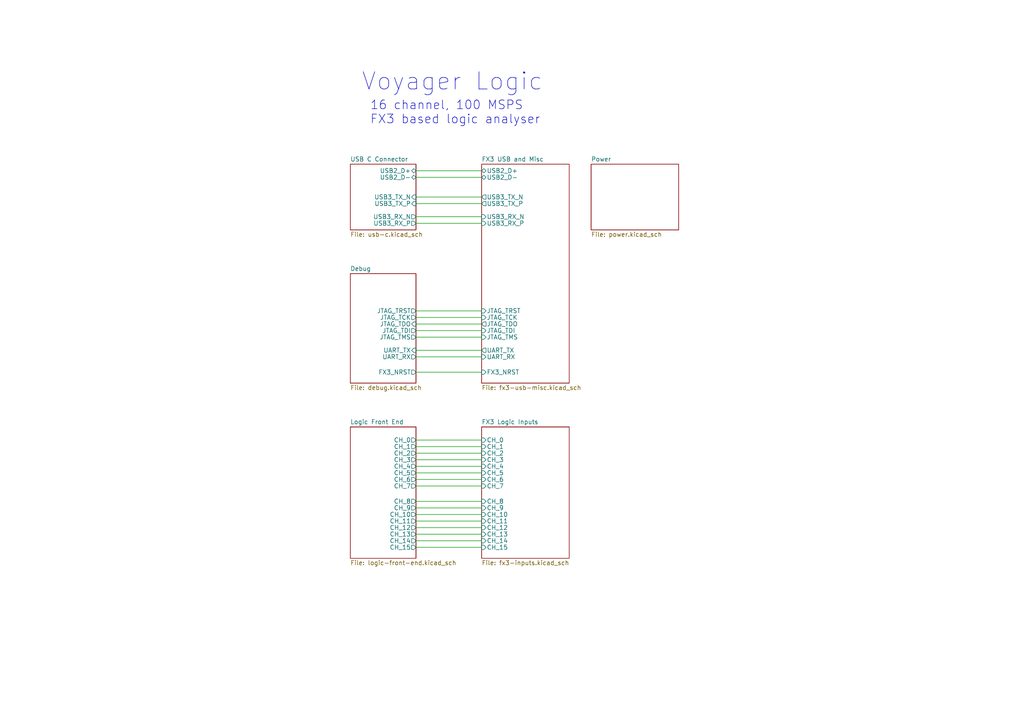
<source format=kicad_sch>
(kicad_sch (version 20211123) (generator eeschema)
  (paper "A4")
  (title_block (title "Voyager Logic") (date "2022-11-26") (rev "0.1") (company "Josh Johnson"))
  (lib_symbols)
  (bus_alias "SD" (members "SD_DAT[0..3]" "SD_CMD" "SD_CLK" "SD_DET"))
  (bus_alias "HYPERRAM" (members "HR_nRST" "HR_nCS" "HR_CK_N" "HR_RWDS" "HR_DQ[0..7]" "HR_CK"))
  (bus_alias "LED" (members "LED_[0..7]" "LED_R" "LED_G" "LED_B"))
  (bus_alias "USB" (members "USB_D-" "USB_D+" "USB_PU"))
  (wire (pts (xy 120.65 49.53) (xy 139.7 49.53)))
  (wire (pts (xy 120.65 137.16) (xy 139.7 137.16)))
  (wire (pts (xy 120.65 93.98) (xy 139.7 93.98)))
  (wire (pts (xy 120.65 135.255) (xy 139.7 135.255)))
  (wire (pts (xy 120.65 145.415) (xy 139.7 145.415)))
  (wire (pts (xy 120.65 59.055) (xy 139.7 59.055)))
  (wire (pts (xy 120.65 101.6) (xy 139.7 101.6)))
  (wire (pts (xy 120.65 147.32) (xy 139.7 147.32)))
  (wire (pts (xy 120.65 62.865) (xy 139.7 62.865)))
  (wire (pts (xy 120.65 64.77) (xy 139.7 64.77)))
  (wire (pts (xy 120.65 153.035) (xy 139.7 153.035)))
  (wire (pts (xy 120.65 139.065) (xy 139.7 139.065)))
  (wire (pts (xy 120.65 140.97) (xy 139.7 140.97)))
  (wire (pts (xy 120.65 131.445) (xy 139.7 131.445)))
  (wire (pts (xy 120.65 57.15) (xy 139.7 57.15)))
  (wire (pts (xy 120.65 103.505) (xy 139.7 103.505)))
  (wire (pts (xy 120.65 151.13) (xy 139.7 151.13)))
  (wire (pts (xy 120.65 149.225) (xy 139.7 149.225)))
  (wire (pts (xy 120.65 95.885) (xy 139.7 95.885)))
  (wire (pts (xy 120.65 127.635) (xy 139.7 127.635)))
  (wire (pts (xy 120.65 129.54) (xy 139.7 129.54)))
  (wire (pts (xy 120.65 133.35) (xy 139.7 133.35)))
  (wire (pts (xy 120.65 51.435) (xy 139.7 51.435)))
  (wire (pts (xy 120.65 107.95) (xy 139.7 107.95)))
  (wire (pts (xy 120.65 92.075) (xy 139.7 92.075)))
  (wire (pts (xy 120.65 156.845) (xy 139.7 156.845)))
  (wire (pts (xy 120.65 158.75) (xy 139.7 158.75)))
  (wire (pts (xy 120.65 154.94) (xy 139.7 154.94)))
  (wire (pts (xy 120.65 97.79) (xy 139.7 97.79)))
  (wire (pts (xy 120.65 90.17) (xy 139.7 90.17)))
  (text "16 channel, 100 MSPS\nFX3 based logic analyser" (at 107.315 36.195 0) (effects (font (size 2.54 2.54)) (justify left bottom)))
  (text "Voyager Logic" (at 104.775 26.67 0) (effects (font (size 5 5)) (justify left bottom)))
  (sheet (at 171.45 47.625) (size 25.4 19.05) (stroke (width 0.1524))
    (property "Sheet name" "Power" (at 171.45 46.9134 0) (effects (justify left bottom)))
    (property "Sheet file" "power.kicad_sch" (at 171.45 67.2596 0) (effects (justify left top)))
  )
  (sheet (at 139.7 123.825) (size 25.4 38.1) (stroke (width 0.1524))
    (property "Sheet name" "FX3 Logic Inputs" (at 139.7 123.1134 0) (effects (justify left bottom)))
    (property "Sheet file" "fx3-inputs.kicad_sch" (at 139.7 162.5096 0) (effects (justify left top)))
    (pin "CH_12" input (at 139.7 153.035 180))
    (pin "CH_15" input (at 139.7 158.75 180))
    (pin "CH_13" input (at 139.7 154.94 180))
    (pin "CH_14" input (at 139.7 156.845 180))
    (pin "CH_1" input (at 139.7 129.54 180))
    (pin "CH_2" input (at 139.7 131.445 180))
    (pin "CH_0" input (at 139.7 127.635 180))
    (pin "CH_3" input (at 139.7 133.35 180))
    (pin "CH_9" input (at 139.7 147.32 180))
    (pin "CH_10" input (at 139.7 149.225 180))
    (pin "CH_8" input (at 139.7 145.415 180))
    (pin "CH_11" input (at 139.7 151.13 180))
    (pin "CH_7" input (at 139.7 140.97 180))
    (pin "CH_5" input (at 139.7 137.16 180))
    (pin "CH_4" input (at 139.7 135.255 180))
    (pin "CH_6" input (at 139.7 139.065 180))
  )
  (sheet (at 101.6 47.625) (size 19.05 19.05) (stroke (width 0.1524))
    (property "Sheet name" "USB C Connector" (at 101.6 46.9134 0) (effects (justify left bottom)))
    (property "Sheet file" "usb-c.kicad_sch" (at 101.6 67.2596 0) (effects (justify left top)))
    (pin "USB2_D+" bidirectional (at 120.65 49.53 0))
    (pin "USB2_D-" bidirectional (at 120.65 51.435 0))
    (pin "USB3_TX_P" input (at 120.65 59.055 0))
    (pin "USB3_RX_N" output (at 120.65 62.865 0))
    (pin "USB3_RX_P" output (at 120.65 64.77 0))
    (pin "USB3_TX_N" input (at 120.65 57.15 0))
  )
  (sheet (at 139.7 47.625) (size 25.4 63.5) (stroke (width 0.1524))
    (property "Sheet name" "FX3 USB and Misc" (at 139.7 46.9134 0) (effects (justify left bottom)))
    (property "Sheet file" "fx3-usb-misc.kicad_sch" (at 139.7 111.7096 0) (effects (justify left top)))
    (pin "JTAG_TRST" input (at 139.7 90.17 180))
    (pin "JTAG_TMS" input (at 139.7 97.79 180))
    (pin "JTAG_TDI" input (at 139.7 95.885 180))
    (pin "JTAG_TDO" output (at 139.7 93.98 180))
    (pin "JTAG_TCK" input (at 139.7 92.075 180))
    (pin "UART_RX" input (at 139.7 103.505 180))
    (pin "UART_TX" output (at 139.7 101.6 180))
    (pin "USB2_D-" bidirectional (at 139.7 51.435 180))
    (pin "USB2_D+" bidirectional (at 139.7 49.53 180))
    (pin "USB3_RX_P" input (at 139.7 64.77 180))
    (pin "USB3_RX_N" input (at 139.7 62.865 180))
    (pin "USB3_TX_P" output (at 139.7 59.055 180))
    (pin "USB3_TX_N" output (at 139.7 57.15 180))
    (pin "FX3_NRST" input (at 139.7 107.95 180))
  )
  (sheet (at 101.6 79.375) (size 19.05 31.75) (stroke (width 0.1524))
    (property "Sheet name" "Debug" (at 101.6 78.6634 0) (effects (justify left bottom)))
    (property "Sheet file" "debug.kicad_sch" (at 101.6 111.7096 0) (effects (justify left top)))
    (pin "JTAG_TDO" input (at 120.65 93.98 0))
    (pin "JTAG_TRST" output (at 120.65 90.17 0))
    (pin "JTAG_TDI" output (at 120.65 95.885 0))
    (pin "JTAG_TMS" output (at 120.65 97.79 0))
    (pin "JTAG_TCK" output (at 120.65 92.075 0))
    (pin "UART_TX" input (at 120.65 101.6 0))
    (pin "UART_RX" output (at 120.65 103.505 0))
    (pin "FX3_NRST" output (at 120.65 107.95 0))
  )
  (sheet (at 101.6 123.825) (size 19.05 38.1) (stroke (width 0.1524))
    (property "Sheet name" "Logic Front End" (at 101.6 123.1134 0) (effects (justify left bottom)))
    (property "Sheet file" "logic-front-end.kicad_sch" (at 101.6 162.5096 0) (effects (justify left top)))
    (pin "CH_8" output (at 120.65 145.415 0))
    (pin "CH_9" output (at 120.65 147.32 0))
    (pin "CH_11" output (at 120.65 151.13 0))
    (pin "CH_10" output (at 120.65 149.225 0))
    (pin "CH_14" output (at 120.65 156.845 0))
    (pin "CH_15" output (at 120.65 158.75 0))
    (pin "CH_13" output (at 120.65 154.94 0))
    (pin "CH_12" output (at 120.65 153.035 0))
    (pin "CH_0" output (at 120.65 127.635 0))
    (pin "CH_1" output (at 120.65 129.54 0))
    (pin "CH_2" output (at 120.65 131.445 0))
    (pin "CH_3" output (at 120.65 133.35 0))
    (pin "CH_4" output (at 120.65 135.255 0))
    (pin "CH_5" output (at 120.65 137.16 0))
    (pin "CH_6" output (at 120.65 139.065 0))
    (pin "CH_7" output (at 120.65 140.97 0))
  )
)
</source>
